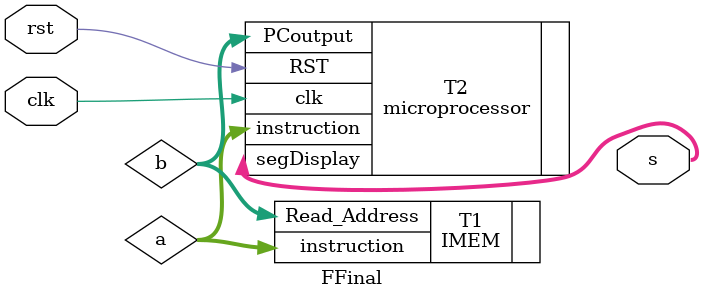
<source format=v>
`timescale 1ns / 1ps
module FFinal(
    input clk,
    input rst,
    output [13:0] s
    );
	 
	 wire [7:0] a;
	 wire [7:0] b;
	 
	 IMEM T1 (.instruction(a), .Read_Address(b));
	 microprocessor T2 (.instruction(a), .clk(clk), .RST(rst), .PCoutput(b), .segDisplay(s));
		
endmodule

</source>
